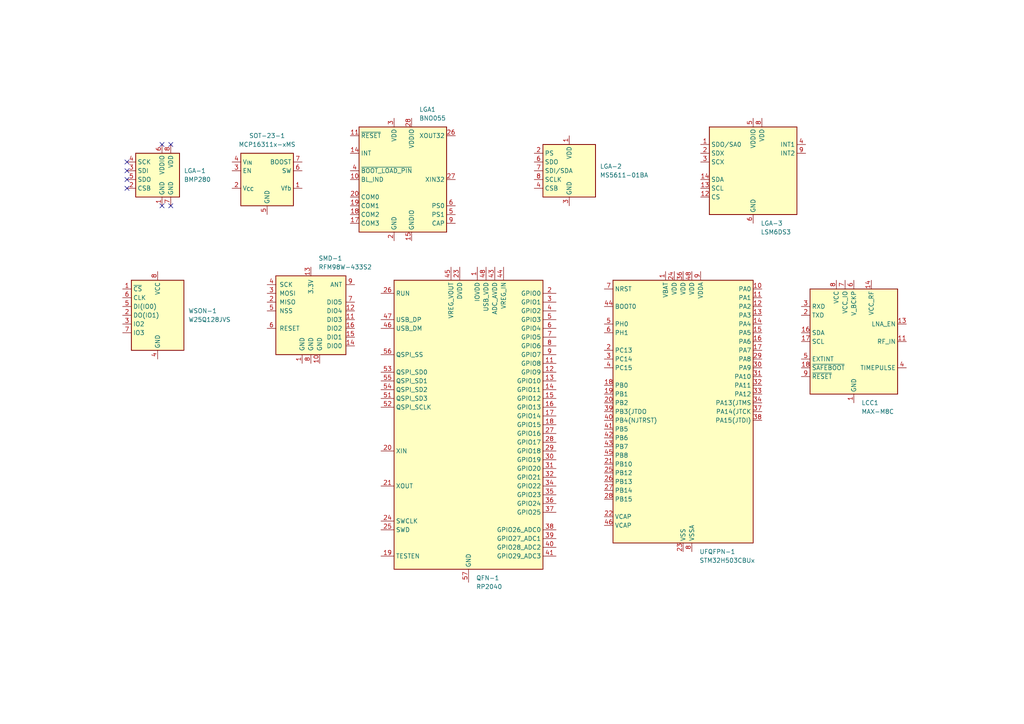
<source format=kicad_sch>
(kicad_sch (version 20231120) (generator "eeschema") (generator_version "8.0")
  (paper "A4")
  (lib_symbols
    (symbol "MCU_RaspberryPi:RP2040"
      (property "Reference" "U" (at 17.78 45.72 0))
      (property "Value" "RP2040" (at 17.78 43.18 0))
      (symbol "RP2040_0_1"
        (rectangle (start -21.59 41.91) (end 21.59 -41.91) (stroke (width 0.254)) (fill (type background)))
      )
      (symbol "RP2040_1_1"
        (pin power_in line (at 2.54 45.72 270) (length 3.81) (name "IOVDD") (number "1"))
        (pin passive line (at 2.54 45.72 270) (length 3.81) hide (name "IOVDD") (number "10"))
        (pin bidirectional line (at 25.4 17.78 180) (length 3.81) (name "GPIO8") (number "11"))
        (pin bidirectional line (at 25.4 15.24 180) (length 3.81) (name "GPIO9") (number "12"))
        (pin bidirectional line (at 25.4 12.7 180) (length 3.81) (name "GPIO10") (number "13"))
        (pin bidirectional line (at 25.4 10.16 180) (length 3.81) (name "GPIO11") (number "14"))
        (pin bidirectional line (at 25.4 7.62 180) (length 3.81) (name "GPIO12") (number "15"))
        (pin bidirectional line (at 25.4 5.08 180) (length 3.81) (name "GPIO13") (number "16"))
        (pin bidirectional line (at 25.4 2.54 180) (length 3.81) (name "GPIO14") (number "17"))
        (pin bidirectional line (at 25.4 0 180) (length 3.81) (name "GPIO15") (number "18"))
        (pin input line (at -25.4 -38.1 0) (length 3.81) (name "TESTEN") (number "19"))
        (pin bidirectional line (at 25.4 38.1 180) (length 3.81) (name "GPIO0") (number "2"))
        (pin input line (at -25.4 -7.62 0) (length 3.81) (name "XIN") (number "20"))
        (pin passive line (at -25.4 -17.78 0) (length 3.81) (name "XOUT") (number "21"))
        (pin passive line (at 2.54 45.72 270) (length 3.81) hide (name "IOVDD") (number "22"))
        (pin power_in line (at -2.54 45.72 270) (length 3.81) (name "DVDD") (number "23"))
        (pin input line (at -25.4 -27.94 0) (length 3.81) (name "SWCLK") (number "24"))
        (pin bidirectional line (at -25.4 -30.48 0) (length 3.81) (name "SWD") (number "25"))
        (pin input line (at -25.4 38.1 0) (length 3.81) (name "RUN") (number "26"))
        (pin bidirectional line (at 25.4 -2.54 180) (length 3.81) (name "GPIO16") (number "27"))
        (pin bidirectional line (at 25.4 -5.08 180) (length 3.81) (name "GPIO17") (number "28"))
        (pin bidirectional line (at 25.4 -7.62 180) (length 3.81) (name "GPIO18") (number "29"))
        (pin bidirectional line (at 25.4 35.56 180) (length 3.81) (name "GPIO1") (number "3"))
        (pin bidirectional line (at 25.4 -10.16 180) (length 3.81) (name "GPIO19") (number "30"))
        (pin bidirectional line (at 25.4 -12.7 180) (length 3.81) (name "GPIO20") (number "31"))
        (pin bidirectional line (at 25.4 -15.24 180) (length 3.81) (name "GPIO21") (number "32"))
        (pin passive line (at 2.54 45.72 270) (length 3.81) hide (name "IOVDD") (number "33"))
        (pin bidirectional line (at 25.4 -17.78 180) (length 3.81) (name "GPIO22") (number "34"))
        (pin bidirectional line (at 25.4 -20.32 180) (length 3.81) (name "GPIO23") (number "35"))
        (pin bidirectional line (at 25.4 -22.86 180) (length 3.81) (name "GPIO24") (number "36"))
        (pin bidirectional line (at 25.4 -25.4 180) (length 3.81) (name "GPIO25") (number "37"))
        (pin bidirectional line (at 25.4 -30.48 180) (length 3.81) (name "GPIO26_ADC0") (number "38"))
        (pin bidirectional line (at 25.4 -33.02 180) (length 3.81) (name "GPIO27_ADC1") (number "39"))
        (pin bidirectional line (at 25.4 33.02 180) (length 3.81) (name "GPIO2") (number "4"))
        (pin bidirectional line (at 25.4 -35.56 180) (length 3.81) (name "GPIO28_ADC2") (number "40"))
        (pin bidirectional line (at 25.4 -38.1 180) (length 3.81) (name "GPIO29_ADC3") (number "41"))
        (pin passive line (at 2.54 45.72 270) (length 3.81) hide (name "IOVDD") (number "42"))
        (pin power_in line (at 7.62 45.72 270) (length 3.81) (name "ADC_AVDD") (number "43"))
        (pin power_in line (at 10.16 45.72 270) (length 3.81) (name "VREG_IN") (number "44"))
        (pin power_out line (at -5.08 45.72 270) (length 3.81) (name "VREG_VOUT") (number "45"))
        (pin bidirectional line (at -25.4 27.94 0) (length 3.81) (name "USB_DM") (number "46"))
        (pin bidirectional line (at -25.4 30.48 0) (length 3.81) (name "USB_DP") (number "47"))
        (pin power_in line (at 5.08 45.72 270) (length 3.81) (name "USB_VDD") (number "48"))
        (pin passive line (at 2.54 45.72 270) (length 3.81) hide (name "IOVDD") (number "49"))
        (pin bidirectional line (at 25.4 30.48 180) (length 3.81) (name "GPIO3") (number "5"))
        (pin passive line (at -2.54 45.72 270) (length 3.81) hide (name "DVDD") (number "50"))
        (pin bidirectional line (at -25.4 7.62 0) (length 3.81) (name "QSPI_SD3") (number "51"))
        (pin output line (at -25.4 5.08 0) (length 3.81) (name "QSPI_SCLK") (number "52"))
        (pin bidirectional line (at -25.4 15.24 0) (length 3.81) (name "QSPI_SD0") (number "53"))
        (pin bidirectional line (at -25.4 10.16 0) (length 3.81) (name "QSPI_SD2") (number "54"))
        (pin bidirectional line (at -25.4 12.7 0) (length 3.81) (name "QSPI_SD1") (number "55"))
        (pin bidirectional line (at -25.4 20.32 0) (length 3.81) (name "QSPI_SS") (number "56"))
        (pin power_in line (at 0 -45.72 90) (length 3.81) (name "GND") (number "57"))
        (pin bidirectional line (at 25.4 27.94 180) (length 3.81) (name "GPIO4") (number "6"))
        (pin bidirectional line (at 25.4 25.4 180) (length 3.81) (name "GPIO5") (number "7"))
        (pin bidirectional line (at 25.4 22.86 180) (length 3.81) (name "GPIO6") (number "8"))
        (pin bidirectional line (at 25.4 20.32 180) (length 3.81) (name "GPIO7") (number "9"))
      )
    )
    (symbol "MCU_ST_STM32H5:STM32H503CBUx"
      (property "Reference" "U" (at -20.32 39.37 0))
      (property "Value" "STM32H503CBUx" (at 7.62 39.37 0))
      (symbol "STM32H503CBUx_0_1"
        (rectangle (start -20.32 -38.1) (end 20.32 38.1) (stroke (width 0.254)) (fill (type background)))
      )
      (symbol "STM32H503CBUx_1_1"
        (pin power_in line (at -5.08 40.64 270) (length 2.54) (name "VBAT") (number "1"))
        (pin bidirectional line (at 22.86 35.56 180) (length 2.54) (name "PA0") (number "10"))
        (pin bidirectional line (at 22.86 33.02 180) (length 2.54) (name "PA1") (number "11"))
        (pin bidirectional line (at 22.86 30.48 180) (length 2.54) (name "PA2") (number "12"))
        (pin bidirectional line (at 22.86 27.94 180) (length 2.54) (name "PA3") (number "13"))
        (pin bidirectional line (at 22.86 25.4 180) (length 2.54) (name "PA4") (number "14"))
        (pin bidirectional line (at 22.86 22.86 180) (length 2.54) (name "PA5") (number "15"))
        (pin bidirectional line (at 22.86 20.32 180) (length 2.54) (name "PA6") (number "16"))
        (pin bidirectional line (at 22.86 17.78 180) (length 2.54) (name "PA7") (number "17"))
        (pin bidirectional line (at -22.86 7.62 0) (length 2.54) (name "PB0") (number "18"))
        (pin bidirectional line (at -22.86 5.08 0) (length 2.54) (name "PB1") (number "19"))
        (pin bidirectional line (at -22.86 17.78 0) (length 2.54) (name "PC13") (number "2"))
        (pin bidirectional line (at -22.86 2.54 0) (length 2.54) (name "PB2") (number "20"))
        (pin bidirectional line (at -22.86 -15.24 0) (length 2.54) (name "PB10") (number "21"))
        (pin power_out line (at -22.86 -30.48 0) (length 2.54) (name "VCAP") (number "22"))
        (pin power_in line (at 0 -40.64 90) (length 2.54) (name "VSS") (number "23"))
        (pin power_in line (at -2.54 40.64 270) (length 2.54) (name "VDD") (number "24"))
        (pin bidirectional line (at -22.86 -17.78 0) (length 2.54) (name "PB12") (number "25"))
        (pin bidirectional line (at -22.86 -20.32 0) (length 2.54) (name "PB13") (number "26"))
        (pin bidirectional line (at -22.86 -22.86 0) (length 2.54) (name "PB14") (number "27"))
        (pin bidirectional line (at -22.86 -25.4 0) (length 2.54) (name "PB15") (number "28"))
        (pin bidirectional line (at 22.86 15.24 180) (length 2.54) (name "PA8") (number "29"))
        (pin bidirectional line (at -22.86 15.24 0) (length 2.54) (name "PC14") (number "3"))
        (pin bidirectional line (at 22.86 12.7 180) (length 2.54) (name "PA9") (number "30"))
        (pin bidirectional line (at 22.86 10.16 180) (length 2.54) (name "PA10") (number "31"))
        (pin bidirectional line (at 22.86 7.62 180) (length 2.54) (name "PA11") (number "32"))
        (pin bidirectional line (at 22.86 5.08 180) (length 2.54) (name "PA12") (number "33"))
        (pin bidirectional line (at 22.86 2.54 180) (length 2.54) (name "PA13(JTMS") (number "34"))
        (pin passive line (at 0 -40.64 90) (length 2.54) hide (name "VSS") (number "35"))
        (pin power_in line (at 0 40.64 270) (length 2.54) (name "VDD") (number "36"))
        (pin bidirectional line (at 22.86 0 180) (length 2.54) (name "PA14(JTCK") (number "37"))
        (pin bidirectional line (at 22.86 -2.54 180) (length 2.54) (name "PA15(JTDI)") (number "38"))
        (pin bidirectional line (at -22.86 0 0) (length 2.54) (name "PB3(JTDO") (number "39"))
        (pin bidirectional line (at -22.86 12.7 0) (length 2.54) (name "PC15") (number "4"))
        (pin bidirectional line (at -22.86 -2.54 0) (length 2.54) (name "PB4(NJTRST)") (number "40"))
        (pin bidirectional line (at -22.86 -5.08 0) (length 2.54) (name "PB5") (number "41"))
        (pin bidirectional line (at -22.86 -7.62 0) (length 2.54) (name "PB6") (number "42"))
        (pin bidirectional line (at -22.86 -10.16 0) (length 2.54) (name "PB7") (number "43"))
        (pin input line (at -22.86 30.48 0) (length 2.54) (name "BOOT0") (number "44"))
        (pin bidirectional line (at -22.86 -12.7 0) (length 2.54) (name "PB8") (number "45"))
        (pin power_out line (at -22.86 -33.02 0) (length 2.54) (name "VCAP") (number "46"))
        (pin passive line (at 0 -40.64 90) (length 2.54) hide (name "VSS") (number "47"))
        (pin power_in line (at 2.54 40.64 270) (length 2.54) (name "VDD") (number "48"))
        (pin passive line (at 0 -40.64 90) (length 2.54) hide (name "VSS") (number "49"))
        (pin bidirectional line (at -22.86 25.4 0) (length 2.54) (name "PH0") (number "5"))
        (pin bidirectional line (at -22.86 22.86 0) (length 2.54) (name "PH1") (number "6"))
        (pin input line (at -22.86 35.56 0) (length 2.54) (name "NRST") (number "7"))
        (pin power_in line (at 2.54 -40.64 90) (length 2.54) (name "VSSA") (number "8"))
        (pin power_in line (at 5.08 40.64 270) (length 2.54) (name "VDDA") (number "9"))
      )
    )
    (symbol "Memory_Flash:W25Q128JVS"
      (property "Reference" "U" (at -8.89 8.89 0))
      (property "Value" "W25Q128JVS" (at 7.62 8.89 0))
      (symbol "W25Q128JVS_0_1"
        (rectangle (start -7.62 10.16) (end 7.62 -10.16) (stroke (width 0.254)) (fill (type background)))
      )
      (symbol "W25Q128JVS_1_1"
        (pin input line (at -10.16 7.62 0) (length 2.54) (name "~{CS}") (number "1"))
        (pin bidirectional line (at -10.16 0 0) (length 2.54) (name "DO(IO1)") (number "2"))
        (pin bidirectional line (at -10.16 -2.54 0) (length 2.54) (name "IO2") (number "3"))
        (pin power_in line (at 0 -12.7 90) (length 2.54) (name "GND") (number "4"))
        (pin bidirectional line (at -10.16 2.54 0) (length 2.54) (name "DI(IO0)") (number "5"))
        (pin input line (at -10.16 5.08 0) (length 2.54) (name "CLK") (number "6"))
        (pin bidirectional line (at -10.16 -5.08 0) (length 2.54) (name "IO3") (number "7"))
        (pin power_in line (at 0 12.7 270) (length 2.54) (name "VCC") (number "8"))
      )
    )
    (symbol "RF_GPS:MAX-M8C"
      (property "Reference" "U" (at -10.16 16.51 0))
      (property "Value" "MAX-M8C" (at 11.43 16.51 0))
      (symbol "MAX-M8C_0_1"
        (rectangle (start 12.7 15.24) (end -12.7 -15.24) (stroke (width 0.254)) (fill (type background)))
      )
      (symbol "MAX-M8C_1_1"
        (pin power_in line (at 0 -17.78 90) (length 2.54) (name "GND") (number "1"))
        (pin passive line (at 0 -17.78 90) (length 2.54) hide (name "GND") (number "10"))
        (pin input line (at 15.24 0 180) (length 2.54) (name "RF_IN") (number "11"))
        (pin passive line (at 0 -17.78 90) (length 2.54) hide (name "GND") (number "12"))
        (pin output line (at 15.24 5.08 180) (length 2.54) (name "LNA_EN") (number "13"))
        (pin power_out line (at 5.08 17.78 270) (length 2.54) (name "VCC_RF") (number "14"))
        (pin no_connect line (at 12.7 -5.08 180) (length 2.54) hide (name "Reserved") (number "15"))
        (pin bidirectional line (at -15.24 2.54 0) (length 2.54) (name "SDA") (number "16"))
        (pin input line (at -15.24 0 0) (length 2.54) (name "SCL") (number "17"))
        (pin input line (at -15.24 -7.62 0) (length 2.54) (name "~{SAFEBOOT}") (number "18"))
        (pin output line (at -15.24 7.62 0) (length 2.54) (name "TXD") (number "2"))
        (pin input line (at -15.24 10.16 0) (length 2.54) (name "RXD") (number "3"))
        (pin output line (at 15.24 -7.62 180) (length 2.54) (name "TIMEPULSE") (number "4"))
        (pin input line (at -15.24 -5.08 0) (length 2.54) (name "EXTINT") (number "5"))
        (pin power_in line (at 0 17.78 270) (length 2.54) (name "V_BCKP") (number "6"))
        (pin power_in line (at -2.54 17.78 270) (length 2.54) (name "VCC_IO") (number "7"))
        (pin power_in line (at -5.08 17.78 270) (length 2.54) (name "VCC") (number "8"))
        (pin input line (at -15.24 -10.16 0) (length 2.54) (name "~{RESET}") (number "9"))
      )
    )
    (symbol "RF_Module:RFM98W-433S2" (pin_names (offset 1.016))
      (property "Reference" "U" (at -10.414 11.684 0))
      (property "Value" "RFM98W-433S2" (at 1.524 11.43 0))
      (symbol "RFM98W-433S2_0_1"
        (rectangle (start -10.16 10.16) (end 10.16 -12.7) (stroke (width 0.254)) (fill (type background)))
      )
      (symbol "RFM98W-433S2_1_1"
        (pin power_in line (at -2.54 -15.24 90) (length 2.54) (name "GND") (number "1"))
        (pin power_in line (at 2.54 -15.24 90) (length 2.54) (name "GND") (number "10"))
        (pin bidirectional line (at 12.7 -2.54 180) (length 2.54) (name "DIO3") (number "11"))
        (pin bidirectional line (at 12.7 0 180) (length 2.54) (name "DIO4") (number "12"))
        (pin power_in line (at 0 12.7 270) (length 2.54) (name "3.3V") (number "13"))
        (pin bidirectional line (at 12.7 -10.16 180) (length 2.54) (name "DIO0") (number "14"))
        (pin bidirectional line (at 12.7 -7.62 180) (length 2.54) (name "DIO1") (number "15"))
        (pin bidirectional line (at 12.7 -5.08 180) (length 2.54) (name "DIO2") (number "16"))
        (pin output line (at -12.7 2.54 0) (length 2.54) (name "MISO") (number "2"))
        (pin input line (at -12.7 5.08 0) (length 2.54) (name "MOSI") (number "3"))
        (pin input line (at -12.7 7.62 0) (length 2.54) (name "SCK") (number "4"))
        (pin input line (at -12.7 0 0) (length 2.54) (name "NSS") (number "5"))
        (pin bidirectional line (at -12.7 -5.08 0) (length 2.54) (name "RESET") (number "6"))
        (pin bidirectional line (at 12.7 2.54 180) (length 2.54) (name "DIO5") (number "7"))
        (pin power_in line (at 0 -15.24 90) (length 2.54) (name "GND") (number "8"))
        (pin bidirectional line (at 12.7 7.62 180) (length 2.54) (name "ANT") (number "9"))
      )
    )
    (symbol "Regulator_Switching:MCP16311x-xMS"
      (property "Reference" "U" (at -7.62 8.89 0))
      (property "Value" "MCP16311x-xMS" (at 0 8.89 0))
      (symbol "MCP16311x-xMS_0_1"
        (rectangle (start -7.62 7.62) (end 7.62 -7.62) (stroke (width 0.254)) (fill (type background)))
      )
      (symbol "MCP16311x-xMS_1_1"
        (pin input line (at 10.16 -2.54 180) (length 2.54) (name "Vfb") (number "1"))
        (pin passive line (at -10.16 -2.54 0) (length 2.54) (name "V_{CC}") (number "2"))
        (pin input line (at -10.16 2.54 0) (length 2.54) (name "EN") (number "3"))
        (pin power_in line (at -10.16 5.08 0) (length 2.54) (name "V_{IN}") (number "4"))
        (pin power_in line (at 0 -10.16 90) (length 2.54) (name "GND") (number "5"))
        (pin output line (at 10.16 2.54 180) (length 2.54) (name "SW") (number "6"))
        (pin output line (at 10.16 5.08 180) (length 2.54) (name "BOOST") (number "7"))
        (pin passive line (at 0 -10.16 90) (length 2.54) hide (name "GND") (number "8"))
      )
    )
    (symbol "Sensor_Motion:BNO055"
      (property "Reference" "U" (at -11.43 16.51 0))
      (property "Value" "BNO055" (at 12.7 16.51 0))
      (symbol "BNO055_0_1"
        (rectangle (start -12.7 15.24) (end 12.7 -15.24) (stroke (width 0.254)) (fill (type background)))
      )
      (symbol "BNO055_1_1"
        (pin no_connect line (at -12.7 10.16 0) (length 2.54) hide (name "PIN1") (number "1"))
        (pin output line (at -15.24 0 0) (length 2.54) (name "BL_IND") (number "10"))
        (pin input line (at -15.24 12.7 0) (length 2.54) (name "~{RESET}") (number "11"))
        (pin no_connect line (at 12.7 10.16 180) (length 2.54) hide (name "PIN12") (number "12"))
        (pin no_connect line (at 12.7 7.62 180) (length 2.54) hide (name "PIN13") (number "13"))
        (pin output line (at -15.24 7.62 0) (length 2.54) (name "INT") (number "14"))
        (pin power_in line (at 2.54 -17.78 90) (length 2.54) (name "GNDIO") (number "15"))
        (pin passive line (at 2.54 -17.78 90) (length 2.54) hide (name "GNDIO") (number "16"))
        (pin input line (at -15.24 -12.7 0) (length 2.54) (name "COM3") (number "17"))
        (pin passive line (at -15.24 -10.16 0) (length 2.54) (name "COM2") (number "18"))
        (pin bidirectional line (at -15.24 -7.62 0) (length 2.54) (name "COM1") (number "19"))
        (pin power_in line (at -2.54 -17.78 90) (length 2.54) (name "GND") (number "2"))
        (pin bidirectional line (at -15.24 -5.08 0) (length 2.54) (name "COM0") (number "20"))
        (pin no_connect line (at 12.7 5.08 180) (length 2.54) hide (name "PIN21") (number "21"))
        (pin no_connect line (at 12.7 2.54 180) (length 2.54) hide (name "PIN22") (number "22"))
        (pin no_connect line (at 12.7 -2.54 180) (length 2.54) hide (name "PIN23") (number "23"))
        (pin no_connect line (at 12.7 -5.08 180) (length 2.54) hide (name "PIN24") (number "24"))
        (pin passive line (at 2.54 -17.78 90) (length 2.54) hide (name "GNDIO") (number "25"))
        (pin output line (at 15.24 12.7 180) (length 2.54) (name "XOUT32") (number "26"))
        (pin input line (at 15.24 0 180) (length 2.54) (name "XIN32") (number "27"))
        (pin power_in line (at 2.54 17.78 270) (length 2.54) (name "VDDIO") (number "28"))
        (pin power_in line (at -2.54 17.78 270) (length 2.54) (name "VDD") (number "3"))
        (pin input line (at -15.24 2.54 0) (length 2.54) (name "~{BOOT_LOAD_PIN}") (number "4"))
        (pin input line (at 15.24 -10.16 180) (length 2.54) (name "PS1") (number "5"))
        (pin input line (at 15.24 -7.62 180) (length 2.54) (name "PS0") (number "6"))
        (pin no_connect line (at -12.7 5.08 0) (length 2.54) hide (name "PIN7") (number "7"))
        (pin no_connect line (at -12.7 -2.54 0) (length 2.54) hide (name "PIN8") (number "8"))
        (pin passive line (at 15.24 -12.7 180) (length 2.54) (name "CAP") (number "9"))
      )
    )
    (symbol "Sensor_Motion:LSM6DS3"
      (property "Reference" "U" (at -11.43 15.24 0))
      (property "Value" "LSM6DS3" (at -11.43 12.7 0))
      (symbol "LSM6DS3_0_1"
        (rectangle (start -12.7 12.7) (end 12.7 -12.7) (stroke (width 0.254)) (fill (type background)))
      )
      (symbol "LSM6DS3_1_1"
        (pin bidirectional line (at -15.24 7.62 0) (length 2.54) (name "SDO/SA0") (number "1"))
        (pin no_connect line (at 12.7 -5.08 180) (length 3.81) hide (name "NC") (number "10"))
        (pin no_connect line (at 12.7 -2.54 180) (length 3.81) hide (name "NC") (number "11"))
        (pin input line (at -15.24 -7.62 0) (length 2.54) (name "CS") (number "12"))
        (pin input line (at -15.24 -5.08 0) (length 2.54) (name "SCL") (number "13"))
        (pin bidirectional line (at -15.24 -2.54 0) (length 2.54) (name "SDA") (number "14"))
        (pin bidirectional line (at -15.24 5.08 0) (length 2.54) (name "SDX") (number "2"))
        (pin input line (at -15.24 2.54 0) (length 2.54) (name "SCX") (number "3"))
        (pin output line (at 15.24 7.62 180) (length 2.54) (name "INT1") (number "4"))
        (pin power_in line (at 0 15.24 270) (length 2.54) (name "VDDIO") (number "5"))
        (pin power_in line (at 0 -15.24 90) (length 2.54) (name "GND") (number "6"))
        (pin passive line (at 0 -15.24 90) (length 2.54) hide (name "GND") (number "7"))
        (pin power_in line (at 2.54 15.24 270) (length 2.54) (name "VDD") (number "8"))
        (pin output line (at 15.24 5.08 180) (length 2.54) (name "INT2") (number "9"))
      )
    )
    (symbol "Sensor_Pressure:BMP280"
      (property "Reference" "U" (at -7.62 10.16 0))
      (property "Value" "BMP280" (at 5.08 10.16 0))
      (symbol "BMP280_0_1"
        (rectangle (start -7.62 -5.08) (end 5.08 7.62) (stroke (width 0.254)) (fill (type background)))
      )
      (symbol "BMP280_1_1"
        (pin power_in line (at 0 -7.62 90) (length 2.54) (name "GND") (number "1"))
        (pin input line (at -10.16 -2.54 0) (length 2.54) (name "CSB") (number "2"))
        (pin bidirectional line (at -10.16 2.54 0) (length 2.54) (name "SDI") (number "3"))
        (pin input line (at -10.16 5.08 0) (length 2.54) (name "SCK") (number "4"))
        (pin bidirectional line (at -10.16 0 0) (length 2.54) (name "SDO") (number "5"))
        (pin power_in line (at 0 10.16 270) (length 2.54) (name "VDDIO") (number "6"))
        (pin power_in line (at 2.54 -7.62 90) (length 2.54) (name "GND") (number "7"))
        (pin power_in line (at 2.54 10.16 270) (length 2.54) (name "VDD") (number "8"))
      )
    )
    (symbol "Sensor_Pressure:MS5611-01BA"
      (property "Reference" "U" (at -6.35 8.89 0))
      (property "Value" "MS5611-01BA" (at 7.62 8.89 0))
      (symbol "MS5611-01BA_0_1"
        (rectangle (start -7.62 7.62) (end 7.62 -7.62) (stroke (width 0.254)) (fill (type background)))
      )
      (symbol "MS5611-01BA_1_1"
        (pin power_in line (at 0 10.16 270) (length 2.54) (name "VDD") (number "1"))
        (pin input line (at -10.16 5.08 0) (length 2.54) (name "PS") (number "2"))
        (pin power_in line (at 0 -10.16 90) (length 2.54) (name "GND") (number "3"))
        (pin input line (at -10.16 -5.08 0) (length 2.54) (name "CSB") (number "4"))
        (pin input line (at -10.16 -5.08 0) (length 2.54) hide (name "CSB") (number "5"))
        (pin output line (at -10.16 2.54 0) (length 2.54) (name "SDO") (number "6"))
        (pin bidirectional line (at -10.16 0 0) (length 2.54) (name "SDI/SDA") (number "7"))
        (pin input line (at -10.16 -2.54 0) (length 2.54) (name "SCLK") (number "8"))
      )
    )
  )
  (no_connect (at 46.99 59.69))
  (no_connect (at 36.83 54.61))
  (no_connect (at 36.83 49.53))
  (no_connect (at 49.53 41.91))
  (no_connect (at 36.83 46.99))
  (no_connect (at 36.83 52.07))
  (no_connect (at 49.53 59.69))
  (no_connect (at 46.99 41.91))
  (symbol (lib_id "Sensor_Motion:BNO055") (at 116.84 52.07 0) (unit 1)
    (property "Reference" "LGA1" (at 121.5741 31.75 0) (effects (justify left)))
    (property "Value" "BNO055" (at 121.5741 34.29 0) (effects (justify left)))
    (property "Footprint" "Package_LGA:LGA-28_5.2x3.8mm_P0.5mm" (effects (hide yes)))
    (property "Datasheet" "https://www.bosch-sensortec.com/media/boschsensortec/downloads/datasheets/bst-bno055-ds000.pdf" (effects (hide yes)))
    (property "Description" "Intelligent 9-axis absolute orientation sensor, LGA-28" (effects (hide yes)))
  )
  (symbol (lib_id "Memory_Flash:W25Q128JVS") (at 45.72 91.44 0) (unit 1)
    (property "Reference" "WSON-1" (at 54.61 90.1699 0) (effects (justify left)))
    (property "Value" "W25Q128JVS" (at 54.61 92.7099 0) (effects (justify left)))
    (property "Footprint" "Package_SO:SOIC-8_5.23x5.23mm_P1.27mm" (effects (hide yes)))
    (property "Datasheet" "http://www.winbond.com/resource-files/w25q128jv_dtr%20revc%2003272018%20plus.pdf" (effects (hide yes)))
    (property "Description" "128Mb Serial Flash Memory, Standard/Dual/Quad SPI, SOIC-8" (effects (hide yes)))
  )
  (symbol (lib_id "MCU_ST_STM32H5:STM32H503CBUx") (at 198.12 119.38 0) (unit 1)
    (property "Reference" "UFQFPN-1" (at 202.8541 160.02 0) (effects (justify left)))
    (property "Value" "STM32H503CBUx" (at 202.8541 162.56 0) (effects (justify left)))
    (property "Footprint" "Package_DFN_QFN:QFN-48-1EP_7x7mm_P0.5mm_EP5.6x5.6mm" (effects (hide yes)))
    (property "Datasheet" "https://www.st.com/resource/en/datasheet/stm32h503cb.pdf" (effects (hide yes)))
    (property "Description" "STMicroelectronics Arm Cortex-M33 MCU, 128KB flash, 32KB RAM, 250 MHz, 35 GPIO, UFQFPN48" (effects (hide yes)))
  )
  (symbol (lib_id "Regulator_Switching:MCP16311x-xMS") (at 77.47 52.07 0) (unit 1)
    (property "Reference" "SOT-23-1" (at 77.47 39.37 0))
    (property "Value" "MCP16311x-xMS" (at 77.47 41.91 0))
    (property "Footprint" "Package_SO:MSOP-8_3x3mm_P0.65mm" (effects (hide yes)))
    (property "Datasheet" "https://ww1.microchip.com/downloads/en/DeviceDoc/MCP16311-Family-Data-Sheet-DS20005255C.pdf" (effects (hide yes)))
    (property "Description" "30V Input, 1A Output Voltage, integrated switch step-down regulator, PFM/PWM modulation, MSOP-8" (effects (hide yes)))
  )
  (symbol (lib_id "MCU_RaspberryPi:RP2040") (at 135.89 123.19 0) (unit 1)
    (property "Reference" "QFN-1" (at 138.0841 167.64 0) (effects (justify left)))
    (property "Value" "RP2040" (at 138.0841 170.18 0) (effects (justify left)))
    (property "Footprint" "Package_DFN_QFN:QFN-56-1EP_7x7mm_P0.4mm_EP3.2x3.2mm" (effects (hide yes)))
    (property "Datasheet" "https://datasheets.raspberrypi.com/rp2040/rp2040-datasheet.pdf" (effects (hide yes)))
    (property "Description" "A microcontroller by Raspberry Pi" (effects (hide yes)))
  )
  (symbol (lib_id "Sensor_Pressure:BMP280") (at 46.99 52.07 0) (unit 1)
    (property "Reference" "LGA-1" (at 53.34 49.5299 0) (effects (justify left)))
    (property "Value" "BMP280" (at 53.34 52.0699 0) (effects (justify left)))
    (property "Footprint" "Package_LGA:Bosch_LGA-8_2x2.5mm_P0.65mm_ClockwisePinNumbering" (effects (hide yes)))
    (property "Datasheet" "https://ae-bst.resource.bosch.com/media/_tech/media/datasheets/BST-BMP280-DS001.pdf" (effects (hide yes)))
    (property "Description" "Absolute Barometric Pressure Sensor, LGA-8" (effects (hide yes)))
  )
  (symbol (lib_id "RF_Module:RFM98W-433S2") (at 90.17 90.17 0) (unit 1)
    (property "Reference" "SMD-1" (at 92.3641 74.93 0) (effects (justify left)))
    (property "Value" "RFM98W-433S2" (at 92.3641 77.47 0) (effects (justify left)))
    (property "Datasheet" "https://www.hoperf.com/data/upload/portal/20181127/5bfcdb5e17543.pdf" (effects (hide yes)))
    (property "Description" "Low power long range transceiver module, SPI and parallel interface, 433 MHz, spreading factor 6 to12, bandwidth 7.8 to 500kHz, -111 to -148 dBm, SMD-16, DIP-16" (effects (hide yes)))
  )
  (symbol (lib_id "Sensor_Motion:LSM6DS3") (at 218.44 49.53 0) (unit 1)
    (property "Reference" "LGA-3" (at 220.6341 64.77 0) (effects (justify left)))
    (property "Value" "LSM6DS3" (at 220.6341 67.31 0) (effects (justify left)))
    (property "Footprint" "Package_LGA:LGA-14_3x2.5mm_P0.5mm_LayoutBorder3x4y" (effects (hide yes)))
    (property "Datasheet" "https://www.st.com/resource/en/datasheet/lsm6ds3tr-c.pdf" (effects (hide yes)))
    (property "Description" "I2C/SPI, iNEMO inertial module: always-on 3D accelerometer and 3D gyroscope" (effects (hide yes)))
  )
  (symbol (lib_id "RF_GPS:MAX-M8C") (at 247.65 99.06 0) (unit 1)
    (property "Reference" "LCC1" (at 249.8441 116.84 0) (effects (justify left)))
    (property "Value" "MAX-M8C" (at 249.8441 119.38 0) (effects (justify left)))
    (property "Footprint" "RF_GPS:ublox_MAX" (effects (hide yes)))
    (property "Datasheet" "https://www.u-blox.com/sites/default/files/MAX-M8-FW3_DataSheet_%28UBX-15031506%29.pdf" (effects (hide yes)))
    (property "Description" "GNSS Module MAX M8, VCC 1.65V to 3.6V" (effects (hide yes)))
  )
  (symbol (lib_id "Sensor_Pressure:MS5611-01BA") (at 165.1 49.53 0) (unit 1)
    (property "Reference" "LGA-2" (at 173.99 48.2599 0) (effects (justify left)))
    (property "Value" "MS5611-01BA" (at 173.99 50.7999 0) (effects (justify left)))
    (property "Footprint" "Package_LGA:LGA-8_3x5mm_P1.25mm" (effects (hide yes)))
    (property "Datasheet" "https://www.te.com/commerce/DocumentDelivery/DDEController?Action=srchrtrv&DocNm=MS5611-01BA03&DocType=Data+Sheet&DocLang=English" (effects (hide yes)))
    (property "Description" "Barometric pressure sensor, 10cm resolution, 10 to 1200 mbar, I2C and SPI interface up to 20MHz, LGA-8" (effects (hide yes)))
  )
)
</source>
